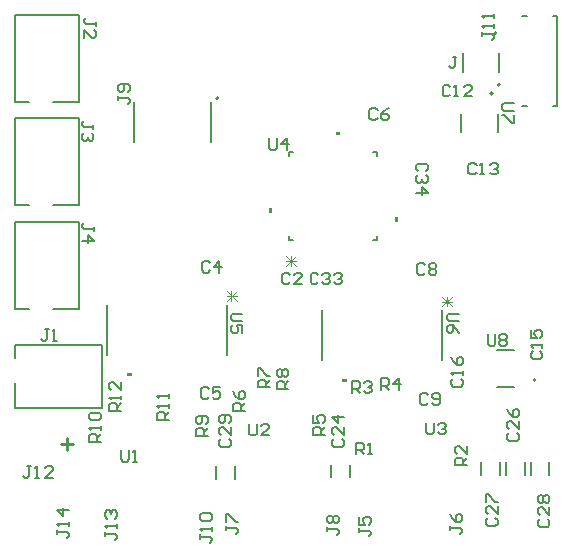
<source format=gto>
G04*
G04 #@! TF.GenerationSoftware,Altium Limited,Altium Designer,21.9.2 (33)*
G04*
G04 Layer_Color=65535*
%FSLAX23Y23*%
%MOIN*%
G70*
G04*
G04 #@! TF.SameCoordinates,057B0E17-ACE6-4E06-8752-021C102DDC49*
G04*
G04*
G04 #@! TF.FilePolarity,Positive*
G04*
G01*
G75*
%ADD10C,0.008*%
%ADD11C,0.006*%
%ADD12C,0.005*%
%ADD13C,0.003*%
%ADD14C,0.010*%
G36*
X414Y605D02*
Y595D01*
X399D01*
Y605D01*
X414D01*
D02*
G37*
G36*
X882Y1156D02*
Y1141D01*
X872D01*
Y1156D01*
X882D01*
D02*
G37*
G36*
X1132Y585D02*
Y575D01*
X1117D01*
Y585D01*
X1132D01*
D02*
G37*
G36*
X1292Y1125D02*
Y1110D01*
X1302D01*
Y1125D01*
X1292D01*
D02*
G37*
G36*
X1095Y1401D02*
Y1411D01*
X1110D01*
Y1401D01*
X1095D01*
D02*
G37*
D10*
X1762Y583D02*
G03*
X1762Y583I-4J0D01*
G01*
X1618Y1538D02*
G03*
X1618Y1538I-4J0D01*
G01*
X1642Y1567D02*
G03*
X1642Y1567I-4J0D01*
G01*
X704Y1522D02*
G03*
X704Y1522I-4J0D01*
G01*
X1630Y1739D02*
G03*
X1630Y1739I-4J0D01*
G01*
X423Y1375D02*
Y1510D01*
X680Y1375D02*
Y1510D01*
X697Y254D02*
Y297D01*
X760Y254D02*
Y297D01*
X1744Y266D02*
Y309D01*
X1807Y266D02*
Y309D01*
X1579Y266D02*
Y309D01*
X1642Y266D02*
Y309D01*
X1661Y266D02*
Y309D01*
X1724Y266D02*
Y309D01*
X1079Y258D02*
Y301D01*
X1142Y258D02*
Y301D01*
X1395Y1278D02*
X1402Y1285D01*
Y1298D01*
X1395Y1304D01*
X1369D01*
X1362Y1298D01*
Y1285D01*
X1369Y1278D01*
X1395Y1265D02*
X1402Y1259D01*
Y1245D01*
X1395Y1239D01*
X1388D01*
X1382Y1245D01*
Y1252D01*
Y1245D01*
X1375Y1239D01*
X1369D01*
X1362Y1245D01*
Y1259D01*
X1369Y1265D01*
X1362Y1206D02*
X1402D01*
X1382Y1226D01*
Y1199D01*
X1037Y934D02*
X1030Y941D01*
X1017D01*
X1011Y934D01*
Y908D01*
X1017Y902D01*
X1030D01*
X1037Y908D01*
X1050Y934D02*
X1056Y941D01*
X1070D01*
X1076Y934D01*
Y928D01*
X1070Y921D01*
X1063D01*
X1070D01*
X1076Y915D01*
Y908D01*
X1070Y902D01*
X1056D01*
X1050Y908D01*
X1089Y934D02*
X1096Y941D01*
X1109D01*
X1115Y934D01*
Y928D01*
X1109Y921D01*
X1102D01*
X1109D01*
X1115Y915D01*
Y908D01*
X1109Y902D01*
X1096D01*
X1089Y908D01*
X711Y387D02*
X705Y381D01*
Y367D01*
X711Y361D01*
X738D01*
X744Y367D01*
Y381D01*
X738Y387D01*
X744Y427D02*
Y400D01*
X718Y427D01*
X711D01*
X705Y420D01*
Y407D01*
X711Y400D01*
X738Y440D02*
X744Y446D01*
Y459D01*
X738Y466D01*
X711D01*
X705Y459D01*
Y446D01*
X711Y440D01*
X718D01*
X724Y446D01*
Y466D01*
X1774Y119D02*
X1768Y113D01*
Y100D01*
X1774Y93D01*
X1801D01*
X1807Y100D01*
Y113D01*
X1801Y119D01*
X1807Y159D02*
Y133D01*
X1781Y159D01*
X1774D01*
X1768Y152D01*
Y139D01*
X1774Y133D01*
Y172D02*
X1768Y178D01*
Y192D01*
X1774Y198D01*
X1781D01*
X1787Y192D01*
X1794Y198D01*
X1801D01*
X1807Y192D01*
Y178D01*
X1801Y172D01*
X1794D01*
X1787Y178D01*
X1781Y172D01*
X1774D01*
X1787Y178D02*
Y192D01*
X1601Y123D02*
X1594Y117D01*
Y104D01*
X1601Y97D01*
X1627D01*
X1634Y104D01*
Y117D01*
X1627Y123D01*
X1634Y163D02*
Y136D01*
X1608Y163D01*
X1601D01*
X1594Y156D01*
Y143D01*
X1601Y136D01*
X1594Y176D02*
Y202D01*
X1601D01*
X1627Y176D01*
X1634D01*
X1672Y407D02*
X1665Y400D01*
Y387D01*
X1672Y381D01*
X1698D01*
X1705Y387D01*
Y400D01*
X1698Y407D01*
X1705Y446D02*
Y420D01*
X1678Y446D01*
X1672D01*
X1665Y440D01*
Y427D01*
X1672Y420D01*
X1665Y486D02*
X1672Y472D01*
X1685Y459D01*
X1698D01*
X1705Y466D01*
Y479D01*
X1698Y486D01*
X1692D01*
X1685Y479D01*
Y459D01*
X1089Y387D02*
X1083Y381D01*
Y367D01*
X1089Y361D01*
X1115D01*
X1122Y367D01*
Y381D01*
X1115Y387D01*
X1122Y427D02*
Y400D01*
X1096Y427D01*
X1089D01*
X1083Y420D01*
Y407D01*
X1089Y400D01*
X1122Y459D02*
X1083D01*
X1102Y440D01*
Y466D01*
X1601Y736D02*
Y703D01*
X1608Y697D01*
X1621D01*
X1627Y703D01*
Y736D01*
X1640Y730D02*
X1647Y736D01*
X1660D01*
X1667Y730D01*
Y723D01*
X1660Y717D01*
X1667Y710D01*
Y703D01*
X1660Y697D01*
X1647D01*
X1640Y703D01*
Y710D01*
X1647Y717D01*
X1640Y723D01*
Y730D01*
X1647Y717D02*
X1660D01*
X1689Y1505D02*
X1656D01*
X1650Y1499D01*
Y1486D01*
X1656Y1479D01*
X1689D01*
Y1466D02*
Y1440D01*
X1682D01*
X1656Y1466D01*
X1650D01*
X1504Y804D02*
X1471D01*
X1465Y798D01*
Y785D01*
X1471Y778D01*
X1504D01*
Y739D02*
X1497Y752D01*
X1484Y765D01*
X1471D01*
X1465Y759D01*
Y745D01*
X1471Y739D01*
X1478D01*
X1484Y745D01*
Y765D01*
X783Y804D02*
X751D01*
X744Y798D01*
Y785D01*
X751Y778D01*
X783D01*
Y739D02*
Y765D01*
X764D01*
X770Y752D01*
Y745D01*
X764Y739D01*
X751D01*
X744Y745D01*
Y759D01*
X751Y765D01*
X873Y1390D02*
Y1357D01*
X879Y1350D01*
X892D01*
X899Y1357D01*
Y1390D01*
X932Y1350D02*
Y1390D01*
X912Y1370D01*
X938D01*
X1396Y441D02*
Y408D01*
X1403Y402D01*
X1416D01*
X1423Y408D01*
Y441D01*
X1436Y434D02*
X1442Y441D01*
X1455D01*
X1462Y434D01*
Y428D01*
X1455Y421D01*
X1449D01*
X1455D01*
X1462Y415D01*
Y408D01*
X1455Y402D01*
X1442D01*
X1436Y408D01*
X806Y437D02*
Y404D01*
X812Y398D01*
X825D01*
X832Y404D01*
Y437D01*
X871Y398D02*
X845D01*
X871Y424D01*
Y430D01*
X865Y437D01*
X852D01*
X845Y430D01*
X379Y350D02*
Y318D01*
X386Y311D01*
X399D01*
X406Y318D01*
Y350D01*
X419Y311D02*
X432D01*
X425D01*
Y350D01*
X419Y344D01*
X378Y478D02*
X339D01*
Y498D01*
X345Y505D01*
X358D01*
X365Y498D01*
Y478D01*
Y491D02*
X378Y505D01*
Y518D02*
Y531D01*
Y524D01*
X339D01*
X345Y518D01*
X378Y577D02*
Y551D01*
X352Y577D01*
X345D01*
X339Y570D01*
Y557D01*
X345Y551D01*
X539Y449D02*
X500D01*
Y469D01*
X507Y476D01*
X520D01*
X526Y469D01*
Y449D01*
Y463D02*
X539Y476D01*
Y489D02*
Y502D01*
Y495D01*
X500D01*
X507Y489D01*
X539Y522D02*
Y535D01*
Y528D01*
X500D01*
X507Y522D01*
X311Y376D02*
X272D01*
Y396D01*
X278Y402D01*
X291D01*
X298Y396D01*
Y376D01*
Y389D02*
X311Y402D01*
Y415D02*
Y428D01*
Y422D01*
X272D01*
X278Y415D01*
Y448D02*
X272Y455D01*
Y468D01*
X278Y474D01*
X304D01*
X311Y468D01*
Y455D01*
X304Y448D01*
X278D01*
X669Y396D02*
X630D01*
Y416D01*
X636Y423D01*
X650D01*
X656Y416D01*
Y396D01*
Y409D02*
X669Y423D01*
X663Y436D02*
X669Y442D01*
Y455D01*
X663Y462D01*
X636D01*
X630Y455D01*
Y442D01*
X636Y436D01*
X643D01*
X650Y442D01*
Y462D01*
X937Y554D02*
X898D01*
Y573D01*
X904Y580D01*
X917D01*
X924Y573D01*
Y554D01*
Y567D02*
X937Y580D01*
X904Y593D02*
X898Y600D01*
Y613D01*
X904Y619D01*
X911D01*
X917Y613D01*
X924Y619D01*
X930D01*
X937Y613D01*
Y600D01*
X930Y593D01*
X924D01*
X917Y600D01*
X911Y593D01*
X904D01*
X917Y600D02*
Y613D01*
X874Y558D02*
X835D01*
Y577D01*
X841Y584D01*
X854D01*
X861Y577D01*
Y558D01*
Y571D02*
X874Y584D01*
X835Y597D02*
Y623D01*
X841D01*
X867Y597D01*
X874D01*
X791Y479D02*
X752D01*
Y499D01*
X759Y505D01*
X772D01*
X778Y499D01*
Y479D01*
Y492D02*
X791Y505D01*
X752Y545D02*
X759Y531D01*
X772Y518D01*
X785D01*
X791Y525D01*
Y538D01*
X785Y545D01*
X778D01*
X772Y538D01*
Y518D01*
X1059Y400D02*
X1020D01*
Y420D01*
X1026Y427D01*
X1039D01*
X1046Y420D01*
Y400D01*
Y413D02*
X1059Y427D01*
X1020Y466D02*
Y440D01*
X1039D01*
X1033Y453D01*
Y459D01*
X1039Y466D01*
X1052D01*
X1059Y459D01*
Y446D01*
X1052Y440D01*
X1247Y551D02*
Y591D01*
X1266D01*
X1273Y584D01*
Y571D01*
X1266Y564D01*
X1247D01*
X1260D02*
X1273Y551D01*
X1306D02*
Y591D01*
X1286Y571D01*
X1312D01*
X1148Y539D02*
Y579D01*
X1168D01*
X1175Y572D01*
Y559D01*
X1168Y552D01*
X1148D01*
X1161D02*
X1175Y539D01*
X1188Y572D02*
X1194Y579D01*
X1207D01*
X1214Y572D01*
Y566D01*
X1207Y559D01*
X1201D01*
X1207D01*
X1214Y552D01*
Y546D01*
X1207Y539D01*
X1194D01*
X1188Y546D01*
X1531Y298D02*
X1492D01*
Y318D01*
X1499Y324D01*
X1512D01*
X1518Y318D01*
Y298D01*
Y311D02*
X1531Y324D01*
Y364D02*
Y337D01*
X1505Y364D01*
X1499D01*
X1492Y357D01*
Y344D01*
X1499Y337D01*
X1163Y335D02*
Y374D01*
X1182D01*
X1189Y367D01*
Y354D01*
X1182Y348D01*
X1163D01*
X1176D02*
X1189Y335D01*
X1202D02*
X1215D01*
X1209D01*
Y374D01*
X1202Y367D01*
X1497Y1661D02*
X1484D01*
X1491D01*
Y1629D01*
X1484Y1622D01*
X1478D01*
X1471Y1629D01*
X165Y83D02*
Y70D01*
Y77D01*
X198D01*
X205Y70D01*
Y64D01*
X198Y57D01*
X205Y96D02*
Y110D01*
Y103D01*
X165D01*
X172Y96D01*
X205Y149D02*
X165D01*
X185Y129D01*
Y155D01*
X327Y75D02*
Y62D01*
Y69D01*
X360D01*
X366Y62D01*
Y56D01*
X360Y49D01*
X366Y89D02*
Y102D01*
Y95D01*
X327D01*
X333Y89D01*
Y121D02*
X327Y128D01*
Y141D01*
X333Y148D01*
X340D01*
X346Y141D01*
Y135D01*
Y141D01*
X353Y148D01*
X360D01*
X366Y141D01*
Y128D01*
X360Y121D01*
X79Y295D02*
X66D01*
X73D01*
Y262D01*
X66Y256D01*
X60D01*
X53Y262D01*
X93Y256D02*
X106D01*
X99D01*
Y295D01*
X93Y289D01*
X152Y256D02*
X125D01*
X152Y282D01*
Y289D01*
X145Y295D01*
X132D01*
X125Y289D01*
X1583Y1743D02*
Y1730D01*
Y1737D01*
X1615D01*
X1622Y1730D01*
Y1724D01*
X1615Y1717D01*
X1622Y1757D02*
Y1770D01*
Y1763D01*
X1583D01*
X1589Y1757D01*
X1622Y1789D02*
Y1802D01*
Y1796D01*
X1583D01*
X1589Y1789D01*
X642Y68D02*
Y54D01*
Y61D01*
X675D01*
X681Y54D01*
Y48D01*
X675Y41D01*
X681Y81D02*
Y94D01*
Y87D01*
X642D01*
X648Y81D01*
Y114D02*
X642Y120D01*
Y133D01*
X648Y140D01*
X675D01*
X681Y133D01*
Y120D01*
X675Y114D01*
X648D01*
X370Y1529D02*
Y1516D01*
Y1522D01*
X403D01*
X409Y1516D01*
Y1509D01*
X403Y1503D01*
Y1542D02*
X409Y1549D01*
Y1562D01*
X403Y1568D01*
X377D01*
X370Y1562D01*
Y1549D01*
X377Y1542D01*
X383D01*
X390Y1549D01*
Y1568D01*
X1067Y92D02*
Y79D01*
Y85D01*
X1100D01*
X1106Y79D01*
Y72D01*
X1100Y66D01*
X1073Y105D02*
X1067Y112D01*
Y125D01*
X1073Y131D01*
X1080D01*
X1087Y125D01*
X1093Y131D01*
X1100D01*
X1106Y125D01*
Y112D01*
X1100Y105D01*
X1093D01*
X1087Y112D01*
X1080Y105D01*
X1073D01*
X1087Y112D02*
Y125D01*
X728Y96D02*
Y83D01*
Y89D01*
X761D01*
X768Y83D01*
Y76D01*
X761Y70D01*
X728Y109D02*
Y135D01*
X735D01*
X761Y109D01*
X768D01*
X1476Y96D02*
Y83D01*
Y89D01*
X1509D01*
X1516Y83D01*
Y76D01*
X1509Y70D01*
X1476Y135D02*
X1483Y122D01*
X1496Y109D01*
X1509D01*
X1516Y115D01*
Y129D01*
X1509Y135D01*
X1503D01*
X1496Y129D01*
Y109D01*
X1173Y88D02*
Y75D01*
Y81D01*
X1206D01*
X1213Y75D01*
Y68D01*
X1206Y62D01*
X1173Y127D02*
Y101D01*
X1193D01*
X1186Y114D01*
Y121D01*
X1193Y127D01*
X1206D01*
X1213Y121D01*
Y108D01*
X1206Y101D01*
X289Y1080D02*
Y1093D01*
Y1087D01*
X256D01*
X250Y1093D01*
Y1100D01*
X256Y1106D01*
X250Y1047D02*
X289D01*
X269Y1067D01*
Y1041D01*
X287Y1420D02*
Y1433D01*
Y1427D01*
X255D01*
X248Y1433D01*
Y1440D01*
X255Y1446D01*
X281Y1407D02*
X287Y1400D01*
Y1387D01*
X281Y1381D01*
X274D01*
X268Y1387D01*
Y1394D01*
Y1387D01*
X261Y1381D01*
X255D01*
X248Y1387D01*
Y1400D01*
X255Y1407D01*
X295Y1762D02*
Y1776D01*
Y1769D01*
X262D01*
X256Y1776D01*
Y1782D01*
X262Y1789D01*
X256Y1723D02*
Y1749D01*
X282Y1723D01*
X289D01*
X295Y1730D01*
Y1743D01*
X289Y1749D01*
X138Y752D02*
X125D01*
X131D01*
Y719D01*
X125Y713D01*
X118D01*
X112Y719D01*
X151Y713D02*
X164D01*
X157D01*
Y752D01*
X151Y745D01*
X1487Y587D02*
X1480Y581D01*
Y568D01*
X1487Y561D01*
X1513D01*
X1520Y568D01*
Y581D01*
X1513Y587D01*
X1520Y600D02*
Y614D01*
Y607D01*
X1480D01*
X1487Y600D01*
X1480Y659D02*
X1487Y646D01*
X1500Y633D01*
X1513D01*
X1520Y640D01*
Y653D01*
X1513Y659D01*
X1507D01*
X1500Y653D01*
Y633D01*
X1751Y678D02*
X1744Y671D01*
Y658D01*
X1751Y652D01*
X1777D01*
X1783Y658D01*
Y671D01*
X1777Y678D01*
X1783Y691D02*
Y704D01*
Y698D01*
X1744D01*
X1751Y691D01*
X1744Y750D02*
Y724D01*
X1764D01*
X1757Y737D01*
Y743D01*
X1764Y750D01*
X1777D01*
X1783Y743D01*
Y730D01*
X1777Y724D01*
X1564Y1301D02*
X1557Y1307D01*
X1544D01*
X1537Y1301D01*
Y1274D01*
X1544Y1268D01*
X1557D01*
X1564Y1274D01*
X1577Y1268D02*
X1590D01*
X1583D01*
Y1307D01*
X1577Y1301D01*
X1610D02*
X1616Y1307D01*
X1629D01*
X1636Y1301D01*
Y1294D01*
X1629Y1287D01*
X1623D01*
X1629D01*
X1636Y1281D01*
Y1274D01*
X1629Y1268D01*
X1616D01*
X1610Y1274D01*
X1477Y1560D02*
X1470Y1567D01*
X1457D01*
X1451Y1560D01*
Y1534D01*
X1457Y1528D01*
X1470D01*
X1477Y1534D01*
X1490Y1528D02*
X1503D01*
X1497D01*
Y1567D01*
X1490Y1560D01*
X1549Y1528D02*
X1523D01*
X1549Y1554D01*
Y1560D01*
X1543Y1567D01*
X1530D01*
X1523Y1560D01*
X1403Y533D02*
X1396Y539D01*
X1383D01*
X1377Y533D01*
Y507D01*
X1383Y500D01*
X1396D01*
X1403Y507D01*
X1416D02*
X1423Y500D01*
X1436D01*
X1442Y507D01*
Y533D01*
X1436Y539D01*
X1423D01*
X1416Y533D01*
Y526D01*
X1423Y520D01*
X1442D01*
X1391Y966D02*
X1385Y972D01*
X1371D01*
X1365Y966D01*
Y940D01*
X1371Y933D01*
X1385D01*
X1391Y940D01*
X1404Y966D02*
X1411Y972D01*
X1424D01*
X1430Y966D01*
Y959D01*
X1424Y953D01*
X1430Y946D01*
Y940D01*
X1424Y933D01*
X1411D01*
X1404Y940D01*
Y946D01*
X1411Y953D01*
X1404Y959D01*
Y966D01*
X1411Y953D02*
X1424D01*
X1234Y1482D02*
X1227Y1488D01*
X1214D01*
X1207Y1482D01*
Y1455D01*
X1214Y1449D01*
X1227D01*
X1234Y1455D01*
X1273Y1488D02*
X1260Y1482D01*
X1247Y1469D01*
Y1455D01*
X1253Y1449D01*
X1266D01*
X1273Y1455D01*
Y1462D01*
X1266Y1469D01*
X1247D01*
X671Y552D02*
X664Y559D01*
X651D01*
X644Y552D01*
Y526D01*
X651Y520D01*
X664D01*
X671Y526D01*
X710Y559D02*
X684D01*
Y539D01*
X697Y546D01*
X703D01*
X710Y539D01*
Y526D01*
X703Y520D01*
X690D01*
X684Y526D01*
X675Y974D02*
X668Y980D01*
X655D01*
X648Y974D01*
Y948D01*
X655Y941D01*
X668D01*
X675Y948D01*
X707Y941D02*
Y980D01*
X688Y961D01*
X714D01*
X942Y934D02*
X936Y941D01*
X923D01*
X916Y934D01*
Y908D01*
X923Y902D01*
X936D01*
X942Y908D01*
X982Y902D02*
X955D01*
X982Y928D01*
Y934D01*
X975Y941D01*
X962D01*
X955Y934D01*
D11*
X1449Y648D02*
Y815D01*
X1049Y648D02*
Y815D01*
X731Y667D02*
Y834D01*
X331Y667D02*
Y834D01*
X940Y1049D02*
Y1063D01*
X1233Y1049D02*
Y1063D01*
X1220Y1342D02*
X1233D01*
X940Y1329D02*
Y1342D01*
Y1049D02*
X953D01*
X1220D02*
X1233D01*
Y1329D02*
Y1342D01*
X940D02*
X953D01*
X152Y821D02*
X238D01*
Y1111D01*
X27Y821D02*
X71D01*
X27D02*
Y1111D01*
X238D01*
X152Y1167D02*
X238D01*
Y1457D01*
X27Y1167D02*
X71D01*
X27D02*
Y1457D01*
X238D01*
X152Y1510D02*
X238D01*
Y1800D01*
X27Y1510D02*
X71D01*
X27D02*
Y1800D01*
X238D01*
X24Y488D02*
Y574D01*
Y488D02*
X314D01*
X24Y655D02*
Y699D01*
X314D01*
Y488D02*
Y699D01*
D12*
X1631Y561D02*
X1690D01*
X1631Y684D02*
X1690D01*
X1636Y1410D02*
Y1469D01*
X1513Y1410D02*
Y1469D01*
X1819Y1795D02*
X1831D01*
X1819Y1496D02*
X1831D01*
X1717Y1795D02*
X1732D01*
X1717Y1496D02*
X1732D01*
X1833D02*
Y1795D01*
X1640Y1608D02*
Y1673D01*
X1519Y1608D02*
Y1673D01*
D13*
X1482Y861D02*
X1449Y828D01*
Y861D02*
X1482Y828D01*
X1465Y861D02*
Y828D01*
X1449Y844D02*
X1482D01*
X764Y881D02*
X731Y847D01*
Y881D02*
X764Y847D01*
X747Y881D02*
Y847D01*
X731Y864D02*
X764D01*
X929Y963D02*
X962Y997D01*
Y963D02*
X929Y997D01*
X946Y963D02*
Y997D01*
X962Y980D02*
X929D01*
D14*
X179Y369D02*
X219D01*
X199Y389D02*
Y349D01*
M02*

</source>
